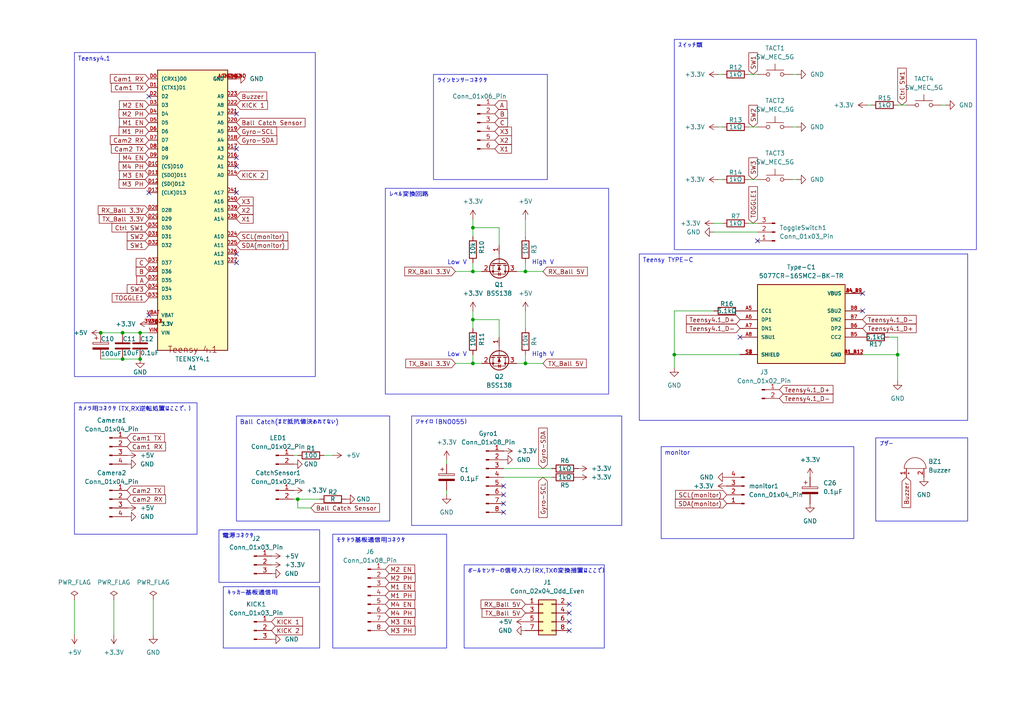
<source format=kicad_sch>
(kicad_sch (version 20250114) (generator "eeschema") (generator_version "9.0")
  (paper "A4")
  (text "Low V" (at 132.588 76.2 0) (effects (font (size 1.27 1.27))))
  (text "High V" (at 157.48 76.2 0) (effects (font (size 1.27 1.27))))
  (text "Low V" (at 132.588 102.87 0) (effects (font (size 1.27 1.27))))
  (text "High V" (at 157.48 102.87 0) (effects (font (size 1.27 1.27))))
  (text_box "ボールセンサーの信号入力（RX,TXの変換措置はここで）" (at 134.62 163.83 0) (size 40.64 24.13) (margins 0.9525 0.9525 0.9525 0.9525) (effects (font (size 1.27 1.27)) (justify left top)))
  (text_box "スイッチ類" (at 195.58 11.43 0) (size 87.63 60.96) (margins 0.9525 0.9525 0.9525 0.9525) (effects (font (size 1.27 1.27)) (justify left top)))
  (text_box "カメラ用コネクタ（TX,RX逆転処置はここで、）" (at 21.59 116.84 0) (size 35.56 38.1) (margins 0.9525 0.9525 0.9525 0.9525) (effects (font (size 1.27 1.27)) (justify left top)))
  (text_box "monitor" (at 191.77 129.54 0) (size 55.88 26.67) (margins 0.9525 0.9525 0.9525 0.9525) (effects (font (size 1.27 1.27)) (justify left top)))
  (text_box "ラインセンサーコネクタ" (at 125.73 21.59 0) (size 33.02 30.48) (margins 0.9525 0.9525 0.9525 0.9525) (effects (font (size 1.27 1.27)) (justify left top)))
  (text_box "Ball Catch(まだ抵抗値決めれてない)" (at 68.58 120.65 0) (size 44.45 30.48) (margins 0.9525 0.9525 0.9525 0.9525) (effects (font (size 1.27 1.27)) (justify left top)))
  (text_box "Teensy4.1" (at 21.59 15.24 0) (size 69.85 93.98) (margins 0.9525 0.9525 0.9525 0.9525) (effects (font (size 1.27 1.27)) (justify left top)))
  (text_box "レベル変換回路" (at 111.76 54.61 0) (size 64.77 59.69) (margins 0.9525 0.9525 0.9525 0.9525) (effects (font (size 1.27 1.27)) (justify left top)))
  (text_box "ジャイロ（BNO055）" (at 119.38 120.65 0) (size 60.96 31.75) (margins 0.9525 0.9525 0.9525 0.9525) (effects (font (size 1.27 1.27)) (justify left top)))
  (text_box "キッカー基板通信用" (at 64.77 170.18 0) (size 27.94 17.78) (margins 0.9525 0.9525 0.9525 0.9525) (effects (font (size 1.27 1.27)) (justify left top)))
  (text_box "電源コネクタ" (at 63.5 153.67 0) (size 29.21 15.24) (margins 0.9525 0.9525 0.9525 0.9525) (effects (font (size 1.27 1.27)) (justify left top)))
  (text_box "Teensy TYPE-C" (at 185.42 73.66 0) (size 95.25 48.26) (margins 0.9525 0.9525 0.9525 0.9525) (effects (font (size 1.27 1.27)) (justify left top)))
  (text_box "ブザー" (at 254 127 0) (size 26.67 24.13) (margins 0.9525 0.9525 0.9525 0.9525) (effects (font (size 1.27 1.27)) (justify left top)))
  (text_box "モタドラ基板通信用コネクタ" (at 96.52 154.94 0) (size 33.02 33.02) (margins 0.9525 0.9525 0.9525 0.9525) (effects (font (size 1.27 1.27)) (justify left top)))
  (junction (at 137.16 78.74))
  (junction (at 152.4 105.41))
  (junction (at 40.64 104.14))
  (junction (at 86.36 144.78))
  (junction (at 40.64 96.52))
  (junction (at 137.16 92.71))
  (junction (at 137.16 105.41))
  (junction (at 195.58 102.87))
  (junction (at 35.56 104.14))
  (junction (at 260.35 102.87))
  (junction (at 152.4 78.74))
  (junction (at 29.21 96.52))
  (junction (at 35.56 96.52))
  (junction (at 137.16 66.04))
  (no_connect (at 43.18 91.44))
  (no_connect (at 43.18 27.94))
  (no_connect (at 68.58 55.88))
  (no_connect (at 250.19 85.09))
  (no_connect (at 165.1 177.8))
  (no_connect (at 219.71 69.85))
  (no_connect (at 68.58 76.2))
  (no_connect (at 214.63 97.79))
  (no_connect (at 68.58 48.26))
  (no_connect (at 146.05 148.59))
  (no_connect (at 68.58 45.72))
  (no_connect (at 146.05 143.51))
  (no_connect (at 68.58 43.18))
  (no_connect (at 68.58 33.02))
  (no_connect (at 165.1 175.26))
  (no_connect (at 250.19 90.17))
  (no_connect (at 68.58 73.66))
  (no_connect (at 146.05 140.97))
  (no_connect (at 43.18 55.88))
  (no_connect (at 146.05 146.05))
  (no_connect (at 165.1 180.34))
  (no_connect (at 165.1 182.88))
  (wire (pts (xy 152.4 105.41) (xy 157.48 105.41)))
  (wire (pts (xy 260.35 30.48) (xy 262.89 30.48)))
  (wire (pts (xy 21.59 173.99) (xy 21.59 184.15)))
  (wire (pts (xy 149.86 105.41) (xy 152.4 105.41)))
  (wire (pts (xy 146.05 138.43) (xy 160.02 138.43)))
  (wire (pts (xy 137.16 63.5) (xy 137.16 66.04)))
  (wire (pts (xy 44.45 173.99) (xy 44.45 184.15)))
  (wire (pts (xy 132.08 105.41) (xy 137.16 105.41)))
  (wire (pts (xy 260.35 102.87) (xy 260.35 110.49)))
  (wire (pts (xy 146.05 135.89) (xy 160.02 135.89)))
  (wire (pts (xy 137.16 66.04) (xy 144.78 66.04)))
  (wire (pts (xy 207.01 64.77) (xy 209.55 64.77)))
  (wire (pts (xy 149.86 78.74) (xy 152.4 78.74)))
  (wire (pts (xy 273.05 30.48) (xy 274.32 30.48)))
  (wire (pts (xy 195.58 90.17) (xy 195.58 102.87)))
  (wire (pts (xy 208.28 36.83) (xy 209.55 36.83)))
  (wire (pts (xy 217.17 64.77) (xy 219.71 64.77)))
  (wire (pts (xy 152.4 90.17) (xy 152.4 95.25)))
  (wire (pts (xy 229.87 21.59) (xy 231.14 21.59)))
  (wire (pts (xy 29.21 104.14) (xy 35.56 104.14)))
  (wire (pts (xy 207.01 67.31) (xy 219.71 67.31)))
  (wire (pts (xy 85.09 144.78) (xy 86.36 144.78)))
  (wire (pts (xy 137.16 92.71) (xy 144.78 92.71)))
  (wire (pts (xy 217.17 52.07) (xy 219.71 52.07)))
  (wire (pts (xy 144.78 71.12) (xy 144.78 66.04)))
  (wire (pts (xy 137.16 76.2) (xy 137.16 78.74)))
  (wire (pts (xy 129.54 142.24) (xy 129.54 143.51)))
  (wire (pts (xy 132.08 78.74) (xy 137.16 78.74)))
  (wire (pts (xy 137.16 90.17) (xy 137.16 92.71)))
  (wire (pts (xy 29.21 96.52) (xy 35.56 96.52)))
  (wire (pts (xy 152.4 102.87) (xy 152.4 105.41)))
  (wire (pts (xy 144.78 97.79) (xy 144.78 92.71)))
  (wire (pts (xy 86.36 144.78) (xy 86.36 147.32)))
  (wire (pts (xy 33.02 173.99) (xy 33.02 184.15)))
  (wire (pts (xy 35.56 96.52) (xy 40.64 96.52)))
  (wire (pts (xy 152.4 76.2) (xy 152.4 78.74)))
  (wire (pts (xy 139.7 105.41) (xy 137.16 105.41)))
  (wire (pts (xy 217.17 21.59) (xy 219.71 21.59)))
  (wire (pts (xy 208.28 21.59) (xy 209.55 21.59)))
  (wire (pts (xy 86.36 147.32) (xy 90.17 147.32)))
  (wire (pts (xy 207.01 90.17) (xy 195.58 90.17)))
  (wire (pts (xy 195.58 102.87) (xy 214.63 102.87)))
  (wire (pts (xy 250.19 102.87) (xy 260.35 102.87)))
  (wire (pts (xy 229.87 52.07) (xy 231.14 52.07)))
  (wire (pts (xy 208.28 52.07) (xy 209.55 52.07)))
  (wire (pts (xy 85.09 132.08) (xy 86.36 132.08)))
  (wire (pts (xy 137.16 92.71) (xy 137.16 95.25)))
  (wire (pts (xy 217.17 36.83) (xy 219.71 36.83)))
  (wire (pts (xy 229.87 36.83) (xy 231.14 36.83)))
  (wire (pts (xy 137.16 66.04) (xy 137.16 68.58)))
  (wire (pts (xy 86.36 144.78) (xy 92.71 144.78)))
  (wire (pts (xy 139.7 78.74) (xy 137.16 78.74)))
  (wire (pts (xy 137.16 102.87) (xy 137.16 105.41)))
  (wire (pts (xy 257.81 97.79) (xy 260.35 97.79)))
  (wire (pts (xy 35.56 104.14) (xy 40.64 104.14)))
  (wire (pts (xy 129.54 133.35) (xy 129.54 134.62)))
  (wire (pts (xy 195.58 102.87) (xy 195.58 106.68)))
  (wire (pts (xy 152.4 78.74) (xy 157.48 78.74)))
  (wire (pts (xy 260.35 97.79) (xy 260.35 102.87)))
  (wire (pts (xy 40.64 96.52) (xy 43.18 96.52)))
  (wire (pts (xy 93.98 132.08) (xy 96.52 132.08)))
  (wire (pts (xy 251.46 30.48) (xy 252.73 30.48)))
  (wire (pts (xy 152.4 63.5) (xy 152.4 68.58)))
  (global_label "M4 EN" (shape input) (at 43.18 45.72 180) (property "Intersheetrefs" "${INTERSHEET_REFS}" (effects (hide yes))))
  (global_label "Gyro-SDA" (shape input) (at 157.48 135.89 90) (property "Intersheetrefs" "${INTERSHEET_REFS}" (effects (hide yes))))
  (global_label "RX_Ball 5V" (shape input) (at 152.4 175.26 180) (property "Intersheetrefs" "${INTERSHEET_REFS}" (effects (hide yes))))
  (global_label "SW3" (shape input) (at 218.44 52.07 90) (property "Intersheetrefs" "${INTERSHEET_REFS}" (effects (hide yes))))
  (global_label "Cam2 TX" (shape input) (at 36.83 142.24 0) (property "Intersheetrefs" "${INTERSHEET_REFS}" (effects (hide yes))))
  (global_label "X1" (shape input) (at 143.51 43.18 0) (property "Intersheetrefs" "${INTERSHEET_REFS}" (effects (hide yes))))
  (global_label "M2 EN" (shape input) (at 43.18 30.48 180) (property "Intersheetrefs" "${INTERSHEET_REFS}" (effects (hide yes))))
  (global_label "RX_Ball 5V" (shape input) (at 157.48 78.74 0) (property "Intersheetrefs" "${INTERSHEET_REFS}" (effects (hide yes))))
  (global_label "KICK 1" (shape input) (at 68.58 30.48 0) (property "Intersheetrefs" "${INTERSHEET_REFS}" (effects (hide yes))))
  (global_label "M2 PH" (shape input) (at 43.18 33.02 180) (property "Intersheetrefs" "${INTERSHEET_REFS}" (effects (hide yes))))
  (global_label "M3 EN" (shape input) (at 111.76 180.34 0) (property "Intersheetrefs" "${INTERSHEET_REFS}" (effects (hide yes))))
  (global_label "SW2" (shape input) (at 43.18 68.58 180) (property "Intersheetrefs" "${INTERSHEET_REFS}" (effects (hide yes))))
  (global_label "TX_Ball 5V" (shape input) (at 152.4 177.8 180) (property "Intersheetrefs" "${INTERSHEET_REFS}" (effects (hide yes))))
  (global_label "KICK 2" (shape input) (at 78.74 182.88 0) (property "Intersheetrefs" "${INTERSHEET_REFS}" (effects (hide yes))))
  (global_label "TOGGLE1" (shape input) (at 43.18 86.36 180) (property "Intersheetrefs" "${INTERSHEET_REFS}" (effects (hide yes))))
  (global_label "M4 PH" (shape input) (at 111.76 177.8 0) (property "Intersheetrefs" "${INTERSHEET_REFS}" (effects (hide yes))))
  (global_label "M2 EN" (shape input) (at 111.76 165.1 0) (property "Intersheetrefs" "${INTERSHEET_REFS}" (effects (hide yes))))
  (global_label "Cam2 RX" (shape input) (at 43.18 40.64 180) (property "Intersheetrefs" "${INTERSHEET_REFS}" (effects (hide yes))))
  (global_label "RX_Ball 3.3V" (shape input) (at 43.18 60.96 180) (property "Intersheetrefs" "${INTERSHEET_REFS}" (effects (hide yes))))
  (global_label "X2" (shape input) (at 143.51 40.64 0) (property "Intersheetrefs" "${INTERSHEET_REFS}" (effects (hide yes))))
  (global_label "Gyro-SCL" (shape input) (at 157.48 138.43 270) (property "Intersheetrefs" "${INTERSHEET_REFS}" (effects (hide yes))))
  (global_label "A" (shape input) (at 143.51 30.48 0) (property "Intersheetrefs" "${INTERSHEET_REFS}" (effects (hide yes))))
  (global_label "SW2" (shape input) (at 218.44 36.83 90) (property "Intersheetrefs" "${INTERSHEET_REFS}" (effects (hide yes))))
  (global_label "Cam1 RX" (shape input) (at 36.83 129.54 0) (property "Intersheetrefs" "${INTERSHEET_REFS}" (effects (hide yes))))
  (global_label "M1 EN" (shape input) (at 43.18 35.56 180) (property "Intersheetrefs" "${INTERSHEET_REFS}" (effects (hide yes))))
  (global_label "Ball Catch Sensor" (shape input) (at 68.58 35.56 0) (property "Intersheetrefs" "${INTERSHEET_REFS}" (effects (hide yes))))
  (global_label "Cam1 TX" (shape input) (at 36.83 127 0) (property "Intersheetrefs" "${INTERSHEET_REFS}" (effects (hide yes))))
  (global_label "B" (shape input) (at 43.18 78.74 180) (property "Intersheetrefs" "${INTERSHEET_REFS}" (effects (hide yes))))
  (global_label "Gyro-SDA" (shape input) (at 68.58 40.64 0) (property "Intersheetrefs" "${INTERSHEET_REFS}" (effects (hide yes))))
  (global_label "Ctrl SW1" (shape input) (at 261.62 30.48 90) (property "Intersheetrefs" "${INTERSHEET_REFS}" (effects (hide yes))))
  (global_label "Cam2 TX" (shape input) (at 43.18 43.18 180) (property "Intersheetrefs" "${INTERSHEET_REFS}" (effects (hide yes))))
  (global_label "TX_Ball 5V" (shape input) (at 157.48 105.41 0) (property "Intersheetrefs" "${INTERSHEET_REFS}" (effects (hide yes))))
  (global_label "SW1" (shape input) (at 43.18 71.12 180) (property "Intersheetrefs" "${INTERSHEET_REFS}" (effects (hide yes))))
  (global_label "M3 PH" (shape input) (at 111.76 182.88 0) (property "Intersheetrefs" "${INTERSHEET_REFS}" (effects (hide yes))))
  (global_label "KICK 1" (shape input) (at 78.74 180.34 0) (property "Intersheetrefs" "${INTERSHEET_REFS}" (effects (hide yes))))
  (global_label "M3 EN" (shape input) (at 43.18 50.8 180) (property "Intersheetrefs" "${INTERSHEET_REFS}" (effects (hide yes))))
  (global_label "Teensy4.1_D-" (shape input) (at 226.06 115.57 0) (property "Intersheetrefs" "${INTERSHEET_REFS}" (effects (hide yes))))
  (global_label "TOGGLE1" (shape input) (at 218.44 64.77 90) (property "Intersheetrefs" "${INTERSHEET_REFS}" (effects (hide yes))))
  (global_label "Buzzer" (shape input) (at 68.58 27.94 0) (property "Intersheetrefs" "${INTERSHEET_REFS}" (effects (hide yes))))
  (global_label "X3" (shape input) (at 143.51 38.1 0) (property "Intersheetrefs" "${INTERSHEET_REFS}" (effects (hide yes))))
  (global_label "M1 PH" (shape input) (at 111.76 172.72 0) (property "Intersheetrefs" "${INTERSHEET_REFS}" (effects (hide yes))))
  (global_label "SDA(monitor)" (shape input) (at 68.58 71.12 0) (property "Intersheetrefs" "${INTERSHEET_REFS}" (effects (hide yes))))
  (global_label "Teensy4.1_D+" (shape input) (at 226.06 113.03 0) (property "Intersheetrefs" "${INTERSHEET_REFS}" (effects (hide yes))))
  (global_label "Gyro-SCL" (shape input) (at 68.58 38.1 0) (property "Intersheetrefs" "${INTERSHEET_REFS}" (effects (hide yes))))
  (global_label "M3 PH" (shape input) (at 43.18 53.34 180) (property "Intersheetrefs" "${INTERSHEET_REFS}" (effects (hide yes))))
  (global_label "KICK 2" (shape input) (at 68.58 50.8 0) (property "Intersheetrefs" "${INTERSHEET_REFS}" (effects (hide yes))))
  (global_label "Ctrl SW1" (shape input) (at 43.18 66.04 180) (property "Intersheetrefs" "${INTERSHEET_REFS}" (effects (hide yes))))
  (global_label "SW1" (shape input) (at 218.44 21.59 90) (property "Intersheetrefs" "${INTERSHEET_REFS}" (effects (hide yes))))
  (global_label "Cam1 RX" (shape input) (at 43.18 22.86 180) (property "Intersheetrefs" "${INTERSHEET_REFS}" (effects (hide yes))))
  (global_label "C" (shape input) (at 143.51 35.56 0) (property "Intersheetrefs" "${INTERSHEET_REFS}" (effects (hide yes))))
  (global_label "TX_Ball 3.3V" (shape input) (at 132.08 105.41 180) (property "Intersheetrefs" "${INTERSHEET_REFS}" (effects (hide yes))))
  (global_label "SCL(monitor)" (shape input) (at 68.58 68.58 0) (property "Intersheetrefs" "${INTERSHEET_REFS}" (effects (hide yes))))
  (global_label "TX_Ball 3.3V" (shape input) (at 43.18 63.5 180) (property "Intersheetrefs" "${INTERSHEET_REFS}" (effects (hide yes))))
  (global_label "Cam1 TX" (shape input) (at 43.18 25.4 180) (property "Intersheetrefs" "${INTERSHEET_REFS}" (effects (hide yes))))
  (global_label "X1" (shape input) (at 68.58 63.5 0) (property "Intersheetrefs" "${INTERSHEET_REFS}" (effects (hide yes))))
  (global_label "M4 EN" (shape input) (at 111.76 175.26 0) (property "Intersheetrefs" "${INTERSHEET_REFS}" (effects (hide yes))))
  (global_label "M4 PH" (shape input) (at 43.18 48.26 180) (property "Intersheetrefs" "${INTERSHEET_REFS}" (effects (hide yes))))
  (global_label "SCL(monitor)" (shape input) (at 210.82 143.51 180) (property "Intersheetrefs" "${INTERSHEET_REFS}" (effects (hide yes))))
  (global_label "C" (shape input) (at 43.18 76.2 180) (property "Intersheetrefs" "${INTERSHEET_REFS}" (effects (hide yes))))
  (global_label "M2 PH" (shape input) (at 111.76 167.64 0) (property "Intersheetrefs" "${INTERSHEET_REFS}" (effects (hide yes))))
  (global_label "X2" (shape input) (at 68.58 60.96 0) (property "Intersheetrefs" "${INTERSHEET_REFS}" (effects (hide yes))))
  (global_label "B" (shape input) (at 143.51 33.02 0) (property "Intersheetrefs" "${INTERSHEET_REFS}" (effects (hide yes))))
  (global_label "Ball Catch Sensor" (shape input) (at 90.17 147.32 0) (property "Intersheetrefs" "${INTERSHEET_REFS}" (effects (hide yes))))
  (global_label "A" (shape input) (at 43.18 81.28 180) (property "Intersheetrefs" "${INTERSHEET_REFS}" (effects (hide yes))))
  (global_label "Teensy4.1_D-" (shape input) (at 214.63 95.25 180) (property "Intersheetrefs" "${INTERSHEET_REFS}" (effects (hide yes))))
  (global_label "RX_Ball 3.3V" (shape input) (at 132.08 78.74 180) (property "Intersheetrefs" "${INTERSHEET_REFS}" (effects (hide yes))))
  (global_label "X3" (shape input) (at 68.58 58.42 0) (property "Intersheetrefs" "${INTERSHEET_REFS}" (effects (hide yes))))
  (global_label "SDA(monitor)" (shape input) (at 210.82 146.05 180) (property "Intersheetrefs" "${INTERSHEET_REFS}" (effects (hide yes))))
  (global_label "Teensy4.1_D+" (shape input) (at 214.63 92.71 180) (property "Intersheetrefs" "${INTERSHEET_REFS}" (effects (hide yes))))
  (global_label "Teensy4.1_D-" (shape input) (at 250.19 92.71 0) (property "Intersheetrefs" "${INTERSHEET_REFS}" (effects (hide yes))))
  (global_label "SW3" (shape input) (at 43.18 83.82 180) (property "Intersheetrefs" "${INTERSHEET_REFS}" (effects (hide yes))))
  (global_label "Buzzer" (shape input) (at 262.89 138.43 270) (property "Intersheetrefs" "${INTERSHEET_REFS}" (effects (hide yes))))
  (global_label "Cam2 RX" (shape input) (at 36.83 144.78 0) (property "Intersheetrefs" "${INTERSHEET_REFS}" (effects (hide yes))))
  (global_label "M1 EN" (shape input) (at 111.76 170.18 0) (property "Intersheetrefs" "${INTERSHEET_REFS}" (effects (hide yes))))
  (global_label "Teensy4.1_D+" (shape input) (at 250.19 95.25 0) (property "Intersheetrefs" "${INTERSHEET_REFS}" (effects (hide yes))))
  (global_label "M1 PH" (shape input) (at 43.18 38.1 180) (property "Intersheetrefs" "${INTERSHEET_REFS}" (effects (hide yes))))
  (symbol (lib_id "power:GND") (at 36.83 149.86 90) (unit 1)
    (property "Reference" "#PWR020" (effects (hide yes)))
    (property "Value" "GND" (at 40.64 149.8599 90) (effects (justify right)))
    (property "Description" "Power symbol creates a global label with name \"GND\" , ground" (effects (hide yes)))
  )
  (symbol (lib_id "Connector:Conn_01x02_Pin") (at 80.01 142.24 0) (unit 1)
    (property "Reference" "CatchSensor1" (at 80.645 137.16 0))
    (property "Value" "Conn_01x02_Pin" (at 80.645 139.7 0))
    (property "Footprint" "Connector_JST:JST_XH_B2B-XH-A_1x02_P2.50mm_Vertical" (effects (hide yes)))
    (property "Description" "Generic connector, single row, 01x02, script generated" (effects (hide yes)))
  )
  (symbol (lib_id "Device:R") (at 213.36 21.59 90) (unit 1)
    (property "Reference" "R12" (at 213.36 19.558 90))
    (property "Value" "1kΩ" (at 213.36 21.59 90))
    (property "Footprint" "Resistor_SMD:R_0603_1608Metric" (effects (hide yes)))
    (property "Description" "Resistor" (effects (hide yes)))
  )
  (symbol (lib_id "Device:R") (at 163.83 135.89 90) (unit 1)
    (property "Reference" "R6" (at 163.83 133.604 90))
    (property "Value" "1kΩ" (at 163.83 135.89 90))
    (property "Footprint" "Resistor_SMD:R_0603_1608Metric" (effects (hide yes)))
    (property "Description" "Resistor" (effects (hide yes)))
  )
  (symbol (lib_id "power:+5V") (at 78.74 161.29 270) (unit 1)
    (property "Reference" "#PWR01" (effects (hide yes)))
    (property "Value" "+5V" (at 82.55 161.2899 90) (effects (justify left)))
    (property "Description" "Power symbol creates a global label with name \"+5V\"" (effects (hide yes)))
  )
  (symbol (lib_id "Device:R") (at 213.36 64.77 90) (unit 1)
    (property "Reference" "R7" (at 213.36 62.738 90))
    (property "Value" "1kΩ" (at 213.36 64.77 90))
    (property "Footprint" "Resistor_SMD:R_0603_1608Metric" (effects (hide yes)))
    (property "Description" "Resistor" (effects (hide yes)))
  )
  (symbol (lib_id "power:GND") (at 68.58 22.86 90) (unit 1)
    (property "Reference" "#PWR042" (effects (hide yes)))
    (property "Value" "GND" (at 72.39 22.8601 90) (effects (justify right)))
    (property "Description" "Power symbol creates a global label with name \"GND\" , ground" (effects (hide yes)))
  )
  (symbol (lib_id "Device:R") (at 163.83 138.43 90) (unit 1)
    (property "Reference" "R5" (at 163.83 140.716 90))
    (property "Value" "1kΩ" (at 163.83 138.43 90))
    (property "Footprint" "Resistor_SMD:R_0603_1608Metric" (effects (hide yes)))
    (property "Description" "Resistor" (effects (hide yes)))
  )
  (symbol (lib_id "power:+3.3V") (at 78.74 163.83 270) (unit 1)
    (property "Reference" "#PWR02" (effects (hide yes)))
    (property "Value" "+3.3V" (at 82.55 163.8299 90) (effects (justify left)))
    (property "Description" "Power symbol creates a global label with name \"+3.3V\"" (effects (hide yes)))
  )
  (symbol (lib_id "power:GND") (at 231.14 52.07 90) (unit 1)
    (property "Reference" "#PWR099" (effects (hide yes)))
    (property "Value" "GND" (at 234.95 52.0699 90) (effects (justify right)))
    (property "Description" "Power symbol creates a global label with name \"GND\" , ground" (effects (hide yes)))
  )
  (symbol (lib_id "power:+5V") (at 21.59 184.15 180) (unit 1)
    (property "Reference" "#PWR010" (effects (hide yes)))
    (property "Value" "+5V" (at 21.59 189.23 0))
    (property "Description" "Power symbol creates a global label with name \"+5V\"" (effects (hide yes)))
  )
  (symbol (lib_id "Device:R") (at 213.36 36.83 90) (unit 1)
    (property "Reference" "R13" (at 213.36 34.798 90))
    (property "Value" "1kΩ" (at 213.36 36.83 90))
    (property "Footprint" "Resistor_SMD:R_0603_1608Metric" (effects (hide yes)))
    (property "Description" "Resistor" (effects (hide yes)))
  )
  (symbol (lib_id "power:+3.3V") (at 251.46 30.48 90) (unit 1)
    (property "Reference" "#PWR057" (effects (hide yes)))
    (property "Value" "+3.3V" (at 247.65 30.4799 90) (effects (justify left)))
    (property "Description" "Power symbol creates a global label with name \"+3.3V\"" (effects (hide yes)))
  )
  (symbol (lib_id "power:+3.3V") (at 208.28 21.59 90) (unit 1)
    (property "Reference" "#PWR055" (effects (hide yes)))
    (property "Value" "+3.3V" (at 204.47 21.5899 90) (effects (justify left)))
    (property "Description" "Power symbol creates a global label with name \"+3.3V\"" (effects (hide yes)))
  )
  (symbol (lib_id "power:GND") (at 260.35 110.49 0) (unit 1)
    (property "Reference" "#PWR0136" (effects (hide yes)))
    (property "Value" "GND" (at 260.35 115.57 0))
    (property "Description" "Power symbol creates a global label with name \"GND\" , ground" (effects (hide yes)))
  )
  (symbol (lib_id "power:+3.3V") (at 208.28 36.83 90) (unit 1)
    (property "Reference" "#PWR056" (effects (hide yes)))
    (property "Value" "+3.3V" (at 204.47 36.8299 90) (effects (justify left)))
    (property "Description" "Power symbol creates a global label with name \"+3.3V\"" (effects (hide yes)))
  )
  (symbol (lib_id "Connector_Generic:Conn_02x04_Odd_Even") (at 157.48 177.8 0) (unit 1)
    (property "Reference" "J1" (at 158.75 168.91 0))
    (property "Value" "Conn_02x04_Odd_Even" (at 158.75 171.45 0))
    (property "Footprint" "Connector_PinSocket_2.54mm:PinSocket_2x04_P2.54mm_Vertical" (effects (hide yes)))
    (property "Description" "Generic connector, double row, 02x04, odd/even pin numbering scheme (row 1 odd numbers, row 2 even numbers), script generated (kicad-library-utils/schlib/autogen/connector/)" (effects (hide yes)))
  )
  (symbol (lib_id "Connector:Conn_01x08_Pin") (at 106.68 172.72 0) (unit 1)
    (property "Reference" "J6" (at 107.315 160.02 0))
    (property "Value" "Conn_01x08_Pin" (at 107.315 162.56 0))
    (property "Footprint" "FFC conector:FFC conector 0.5mm Pich" (effects (hide yes)))
    (property "Description" "Generic connector, single row, 01x08, script generated" (effects (hide yes)))
  )
  (symbol (lib_id "power:GND") (at 146.05 133.35 90) (unit 1)
    (property "Reference" "#PWR08" (effects (hide yes)))
    (property "Value" "GND" (at 149.86 133.3499 90) (effects (justify right)))
    (property "Description" "Power symbol creates a global label with name \"GND\" , ground" (effects (hide yes)))
  )
  (symbol (lib_id "Connector:Conn_01x04_Pin") (at 31.75 144.78 0) (unit 1)
    (property "Reference" "Camera2" (at 32.385 137.16 0))
    (property "Value" "Conn_01x04_Pin" (at 32.385 139.7 0))
    (property "Footprint" "GROVE:GROVE-HW4-2.0" (effects (hide yes)))
    (property "Description" "Generic connector, single row, 01x04, script generated" (effects (hide yes)))
  )
  (symbol (lib_id "power:+5V") (at 152.4 180.34 90) (unit 1)
    (property "Reference" "#PWR035" (effects (hide yes)))
    (property "Value" "+5V" (at 148.59 180.3399 90) (effects (justify left)))
    (property "Description" "Power symbol creates a global label with name \"+5V\"" (effects (hide yes)))
  )
  (symbol (lib_id "power:GND") (at 152.4 182.88 270) (unit 1)
    (property "Reference" "#PWR036" (effects (hide yes)))
    (property "Value" "GND" (at 148.59 182.8799 90) (effects (justify right)))
    (property "Description" "Power symbol creates a global label with name \"GND\" , ground" (effects (hide yes)))
  )
  (symbol (lib_id "Teensy4.1:TEENSY4.1") (at 66.04 101.6 180) (unit 1)
    (property "Reference" "A1" (at 55.88 106.68 0))
    (property "Value" "TEENSY4.1" (at 55.88 104.14 0))
    (property "Footprint" "Teensy4.1:TEENSY4.1" (effects (hide yes)))
    (property "TEENSY" "4.1" (effects (hide yes)))
    (property "MF" "PJRC" (effects (hide yes)))
    (property "Package" "None" (effects (hide yes)))
    (property "Price" "None" (effects (hide yes)))
    (property "SnapEDA_Link" "https://www.snapeda.com/parts/Teensy%204.1/PJRC/view-part/?ref=snap" (effects (hide yes)))
    (property "MP" "Teensy 4.1" (effects (hide yes)))
    (property "Availability" "Not in stock" (effects (hide yes)))
    (property "Check_prices" "https://www.snapeda.com/parts/Teensy%204.1/PJRC/view-part/?ref=eda" (effects (hide yes)))
  )
  (symbol (lib_id "Device:R") (at 152.4 99.06 0) (unit 1)
    (property "Reference" "R4" (at 154.94 100.33 90) (effects (justify left)))
    (property "Value" "10k" (at 152.4 100.584 90) (effects (justify left)))
    (property "Footprint" "Resistor_SMD:R_0603_1608Metric" (effects (hide yes)))
    (property "Description" "Resistor" (effects (hide yes)))
  )
  (symbol (lib_id "power:+5V") (at 29.21 96.52 90) (unit 1)
    (property "Reference" "#PWR016" (effects (hide yes)))
    (property "Value" "+5V" (at 25.4 96.5201 90) (effects (justify left)))
    (property "Description" "Power symbol creates a global label with name \"+5V\"" (effects (hide yes)))
  )
  (symbol (lib_id "Switch:SW_MEC_5G") (at 224.79 52.07 0) (unit 1)
    (property "Reference" "TACT3" (at 224.79 44.45 0))
    (property "Value" "SW_MEC_5G" (at 224.79 46.99 0))
    (property "Footprint" "MAIN:Big tact switch MAIN" (effects (hide yes)))
    (property "Datasheet" "http://www.apem.com/int/index.php?controller=attachment&id_attachment=488" (effects (hide yes)))
    (property "Description" "MEC 5G single pole normally-open tactile switch" (effects (hide yes)))
  )
  (symbol (lib_id "power:GND") (at 78.74 185.42 90) (unit 1)
    (property "Reference" "#PWR024" (effects (hide yes)))
    (property "Value" "GND" (at 82.55 185.4199 90) (effects (justify right)))
    (property "Description" "Power symbol creates a global label with name \"GND\" , ground" (effects (hide yes)))
  )
  (symbol (lib_id "power:+3.3V") (at 146.05 130.81 270) (unit 1)
    (property "Reference" "#PWR09" (effects (hide yes)))
    (property "Value" "+3.3V" (at 149.86 130.8099 90) (effects (justify left)))
    (property "Description" "Power symbol creates a global label with name \"+3.3V\"" (effects (hide yes)))
  )
  (symbol (lib_id "power:GND") (at 129.54 143.51 0) (unit 1)
    (property "Reference" "#PWR06" (effects (hide yes)))
    (property "Value" "GND" (at 129.54 148.59 0))
    (property "Description" "Power symbol creates a global label with name \"GND\" , ground" (effects (hide yes)))
  )
  (symbol (lib_id "Connector:Conn_01x08_Pin") (at 140.97 138.43 0) (unit 1)
    (property "Reference" "Gyro1" (at 141.605 125.73 0))
    (property "Value" "Conn_01x08_Pin" (at 141.605 128.27 0))
    (property "Footprint" "BNO055:BNO055" (effects (hide yes)))
    (property "Description" "Generic connector, single row, 01x08, script generated" (effects (hide yes)))
  )
  (symbol (lib_id "Device:R") (at 96.52 144.78 90) (unit 1)
    (property "Reference" "R2" (at 96.52 142.748 90))
    (property "Value" "R" (at 96.52 144.78 90))
    (property "Footprint" "Resistor_THT:R_Axial_DIN0207_L6.3mm_D2.5mm_P10.16mm_Horizontal" (effects (hide yes)))
    (property "Description" "Resistor" (effects (hide yes)))
  )
  (symbol (lib_id "Device:R") (at 256.54 30.48 90) (unit 1)
    (property "Reference" "R15" (at 256.54 28.448 90))
    (property "Value" "1kΩ" (at 256.54 30.48 90))
    (property "Footprint" "Resistor_SMD:R_0603_1608Metric" (effects (hide yes)))
    (property "Description" "Resistor" (effects (hide yes)))
  )
  (symbol (lib_id "power:GND") (at 267.97 138.43 0) (unit 1)
    (property "Reference" "#PWR051" (effects (hide yes)))
    (property "Value" "GND" (at 267.97 143.51 0))
    (property "Description" "Power symbol creates a global label with name \"GND\" , ground" (effects (hide yes)))
  )
  (symbol (lib_id "power:GND") (at 207.01 67.31 270) (unit 1)
    (property "Reference" "#PWR093" (effects (hide yes)))
    (property "Value" "GND" (at 203.2 67.3099 90) (effects (justify right)))
    (property "Description" "Power symbol creates a global label with name \"GND\" , ground" (effects (hide yes)))
  )
  (symbol (lib_id "power:+3.3V") (at 210.82 140.97 90) (unit 1)
    (property "Reference" "#PWR044" (effects (hide yes)))
    (property "Value" "+3.3V" (at 207.01 140.9699 90) (effects (justify left)))
    (property "Description" "Power symbol creates a global label with name \"+3.3V\"" (effects (hide yes)))
  )
  (symbol (lib_id "Device:C_Polarized") (at 29.21 100.33 0) (unit 1)
    (property "Reference" "C10" (at 29.21 98.298 0) (effects (justify left)))
    (property "Value" "100uF" (at 29.21 102.616 0) (effects (justify left)))
    (property "Footprint" "Capacitor_THT:CP_Radial_D6.3mm_P2.50mm" (effects (hide yes)))
    (property "Description" "Polarized capacitor" (effects (hide yes)))
  )
  (symbol (lib_id "Device:C") (at 35.56 100.33 0) (unit 1)
    (property "Reference" "C11" (at 35.56 98.298 0) (effects (justify left)))
    (property "Value" "10uF" (at 35.56 102.362 0) (effects (justify left)))
    (property "Footprint" "Capacitor_SMD:C_0603_1608Metric" (effects (hide yes)))
    (property "Description" "Unpolarized capacitor" (effects (hide yes)))
  )
  (symbol (lib_id "power:+3.3V") (at 137.16 90.17 0) (unit 1)
    (property "Reference" "#PWR054" (effects (hide yes)))
    (property "Value" "+3.3V" (at 137.16 85.09 0))
    (property "Description" "Power symbol creates a global label with name \"+3.3V\"" (effects (hide yes)))
  )
  (symbol (lib_id "Device:C_Polarized") (at 234.95 142.24 0) (unit 1)
    (property "Reference" "C26" (at 238.76 140.0809 0) (effects (justify left)))
    (property "Value" "0.1μF" (at 238.76 142.6209 0) (effects (justify left)))
    (property "Footprint" "Capacitor_SMD:C_0603_1608Metric_Pad1.08x0.95mm_HandSolder" (effects (hide yes)))
    (property "Description" "Polarized capacitor" (effects (hide yes)))
  )
  (symbol (lib_id "power:+3.3V") (at 43.18 93.98 90) (unit 1)
    (property "Reference" "#PWR017" (effects (hide yes)))
    (property "Value" "+3.3V" (at 39.37 93.9801 90) (effects (justify left)))
    (property "Description" "Power symbol creates a global label with name \"+3.3V\"" (effects (hide yes)))
  )
  (symbol (lib_id "power:+3.3V") (at 85.09 142.24 270) (unit 1)
    (property "Reference" "#PWR025" (effects (hide yes)))
    (property "Value" "+3.3V" (at 88.9 142.2399 90) (effects (justify left)))
    (property "Description" "Power symbol creates a global label with name \"+3.3V\"" (effects (hide yes)))
  )
  (symbol (lib_id "Device:R") (at 90.17 132.08 90) (unit 1)
    (property "Reference" "R1" (at 90.17 130.048 90))
    (property "Value" "100" (at 90.17 132.08 90))
    (property "Footprint" "Resistor_SMD:R_0603_1608Metric" (effects (hide yes)))
    (property "Description" "Resistor" (effects (hide yes)))
  )
  (symbol (lib_id "power:+3.3V") (at 167.64 138.43 270) (unit 1)
    (property "Reference" "#PWR012" (effects (hide yes)))
    (property "Value" "+3.3V" (at 171.45 138.4299 90) (effects (justify left)))
    (property "Description" "Power symbol creates a global label with name \"+3.3V\"" (effects (hide yes)))
  )
  (symbol (lib_id "power:GND") (at 274.32 30.48 90) (unit 1)
    (property "Reference" "#PWR0102" (effects (hide yes)))
    (property "Value" "GND" (at 278.13 30.4799 90) (effects (justify right)))
    (property "Description" "Power symbol creates a global label with name \"GND\" , ground" (effects (hide yes)))
  )
  (symbol (lib_id "power:+3.3V") (at 234.95 138.43 0) (unit 1)
    (property "Reference" "#PWR0148" (effects (hide yes)))
    (property "Value" "+3.3V" (at 234.95 133.35 0))
    (property "Description" "Power symbol creates a global label with name \"+3.3V\"" (effects (hide yes)))
  )
  (symbol (lib_id "power:GND") (at 195.58 106.68 0) (unit 1)
    (property "Reference" "#PWR0135" (effects (hide yes)))
    (property "Value" "GND" (at 195.58 111.76 0))
    (property "Description" "Power symbol creates a global label with name \"GND\" , ground" (effects (hide yes)))
  )
  (symbol (lib_id "power:+3.3V") (at 137.16 63.5 0) (unit 1)
    (property "Reference" "#PWR053" (effects (hide yes)))
    (property "Value" "+3.3V" (at 137.16 58.42 0))
    (property "Description" "Power symbol creates a global label with name \"+3.3V\"" (effects (hide yes)))
  )
  (symbol (lib_id "power:GND") (at 40.64 104.14 0) (unit 1)
    (property "Reference" "#PWR052" (effects (hide yes)))
    (property "Value" "GND" (at 40.64 107.95 0))
    (property "Description" "Power symbol creates a global label with name \"GND\" , ground" (effects (hide yes)))
  )
  (symbol (lib_id "power:+5V") (at 36.83 147.32 270) (unit 1)
    (property "Reference" "#PWR019" (effects (hide yes)))
    (property "Value" "+5V" (at 40.64 147.3199 90) (effects (justify left)))
    (property "Description" "Power symbol creates a global label with name \"+5V\"" (effects (hide yes)))
  )
  (symbol (lib_id "Connector:Conn_01x03_Pin") (at 73.66 163.83 0) (unit 1)
    (property "Reference" "J2" (at 74.295 156.21 0))
    (property "Value" "Conn_01x03_Pin" (at 74.295 158.75 0))
    (property "Footprint" "Connector_JST:JST_XH_B3B-XH-A_1x03_P2.50mm_Vertical" (effects (hide yes)))
    (property "Description" "Generic connector, single row, 01x03, script generated" (effects (hide yes)))
  )
  (symbol (lib_id "Transistor_FET:BSS138") (at 144.78 76.2 270) (unit 1)
    (property "Reference" "Q1" (at 144.78 82.55 90))
    (property "Value" "BSS138" (at 144.78 85.09 90))
    (property "Footprint" "Package_TO_SOT_SMD:SOT-23" (effects (hide yes)))
    (property "Datasheet" "https://www.onsemi.com/pub/Collateral/BSS138-D.PDF" (effects (hide yes)))
    (property "Description" "50V Vds, 0.22A Id, N-Channel MOSFET, SOT-23" (effects (hide yes)))
  )
  (symbol (lib_id "Device:Buzzer") (at 265.43 135.89 90) (unit 1)
    (property "Reference" "BZ1" (at 269.24 133.8648 90) (effects (justify right)))
    (property "Value" "Buzzer" (at 269.24 136.4048 90) (effects (justify right)))
    (property "Footprint" "MAIN:Buzzer UDX01CLFPH" (effects (hide yes)))
    (property "Description" "Buzzer, polarized" (effects (hide yes)))
  )
  (symbol (lib_id "Connector:Conn_01x02_Pin") (at 80.01 132.08 0) (unit 1)
    (property "Reference" "LED1" (at 80.645 127 0))
    (property "Value" "Conn_01x02_Pin" (at 80.645 129.54 0))
    (property "Footprint" "Connector_JST:JST_XH_B2B-XH-A_1x02_P2.50mm_Vertical" (effects (hide yes)))
    (property "Description" "Generic connector, single row, 01x02, script generated" (effects (hide yes)))
  )
  (symbol (lib_id "power:GND") (at 78.74 166.37 90) (unit 1)
    (property "Reference" "#PWR03" (effects (hide yes)))
    (property "Value" "GND" (at 82.55 166.3699 90) (effects (justify right)))
    (property "Description" "Power symbol creates a global label with name \"GND\" , ground" (effects (hide yes)))
  )
  (symbol (lib_id "power:GND") (at 85.09 134.62 90) (unit 1)
    (property "Reference" "#PWR029" (effects (hide yes)))
    (property "Value" "GND" (at 90.17 134.62 90))
    (property "Description" "Power symbol creates a global label with name \"GND\" , ground" (effects (hide yes)))
  )
  (symbol (lib_id "power:GND") (at 36.83 134.62 90) (unit 1)
    (property "Reference" "#PWR021" (effects (hide yes)))
    (property "Value" "GND" (at 40.64 134.6199 90) (effects (justify right)))
    (property "Description" "Power symbol creates a global label with name \"GND\" , ground" (effects (hide yes)))
  )
  (symbol (lib_id "Connector:Conn_01x03_Pin") (at 224.79 67.31 180) (unit 1)
    (property "Reference" "ToggleSwitch1" (at 226.06 66.0399 0) (effects (justify right)))
    (property "Value" "Conn_01x03_Pin" (at 226.06 68.5799 0) (effects (justify right)))
    (property "Footprint" "Connector_PinSocket_2.54mm:PinSocket_1x03_P2.54mm_Vertical" (effects (hide yes)))
    (property "Description" "Generic connector, single row, 01x03, script generated" (effects (hide yes)))
  )
  (symbol (lib_id "power:+5V") (at 96.52 132.08 270) (unit 1)
    (property "Reference" "#PWR028" (effects (hide yes)))
    (property "Value" "+5V" (at 100.33 132.0799 90) (effects (justify left)))
    (property "Description" "Power symbol creates a global label with name \"+5V\"" (effects (hide yes)))
  )
  (symbol (lib_id "Switch:SW_MEC_5G") (at 224.79 21.59 0) (unit 1)
    (property "Reference" "TACT1" (at 224.79 13.97 0))
    (property "Value" "SW_MEC_5G" (at 224.79 16.51 0))
    (property "Footprint" "MAIN:Big tact switch MAIN" (effects (hide yes)))
    (property "Datasheet" "http://www.apem.com/int/index.php?controller=attachment&id_attachment=488" (effects (hide yes)))
    (property "Description" "MEC 5G single pole normally-open tactile switch" (effects (hide yes)))
  )
  (symbol (lib_id "Device:R") (at 213.36 52.07 90) (unit 1)
    (property "Reference" "R14" (at 213.36 50.038 90))
    (property "Value" "1kΩ" (at 213.36 52.07 90))
    (property "Footprint" "Resistor_SMD:R_0603_1608Metric" (effects (hide yes)))
    (property "Description" "Resistor" (effects (hide yes)))
  )
  (symbol (lib_id "power:+3.3V") (at 207.01 64.77 90) (unit 1)
    (property "Reference" "#PWR046" (effects (hide yes)))
    (property "Value" "+3.3V" (at 203.2 64.7699 90) (effects (justify left)))
    (property "Description" "Power symbol creates a global label with name \"+3.3V\"" (effects (hide yes)))
  )
  (symbol (lib_id "Connector:Conn_01x04_Pin") (at 215.9 143.51 180) (unit 1)
    (property "Reference" "monitor1" (at 217.17 140.9699 0) (effects (justify right)))
    (property "Value" "Conn_01x04_Pin" (at 217.17 143.5099 0) (effects (justify right)))
    (property "Footprint" "SSD1306:SSD1306 (akizuki)" (effects (hide yes)))
    (property "Description" "Generic connector, single row, 01x04, script generated" (effects (hide yes)))
  )
  (symbol (lib_id "power:GND") (at 231.14 21.59 90) (unit 1)
    (property "Reference" "#PWR0101" (effects (hide yes)))
    (property "Value" "GND" (at 234.95 21.5899 90) (effects (justify right)))
    (property "Description" "Power symbol creates a global label with name \"GND\" , ground" (effects (hide yes)))
  )
  (symbol (lib_id "power:+3.3V") (at 208.28 52.07 90) (unit 1)
    (property "Reference" "#PWR047" (effects (hide yes)))
    (property "Value" "+3.3V" (at 204.47 52.0699 90) (effects (justify left)))
    (property "Description" "Power symbol creates a global label with name \"+3.3V\"" (effects (hide yes)))
  )
  (symbol (lib_id "Connector:Conn_01x06_Pin") (at 138.43 35.56 0) (unit 1)
    (property "Reference" "LINE1" (effects (hide yes)))
    (property "Value" "Conn_01x06_Pin" (at 139.065 27.94 0))
    (property "Footprint" "Connector_JST:JST_XH_B6B-XH-A_1x06_P2.50mm_Vertical" (effects (hide yes)))
    (property "Description" "Generic connector, single row, 01x06, script generated" (effects (hide yes)))
  )
  (symbol (lib_id "Device:R") (at 137.16 99.06 0) (unit 1)
    (property "Reference" "R11" (at 139.7 100.33 90) (effects (justify left)))
    (property "Value" "10k" (at 137.16 100.584 90) (effects (justify left)))
    (property "Footprint" "Resistor_SMD:R_0603_1608Metric" (effects (hide yes)))
    (property "Description" "Resistor" (effects (hide yes)))
  )
  (symbol (lib_id "power:GND") (at 231.14 36.83 90) (unit 1)
    (property "Reference" "#PWR0100" (effects (hide yes)))
    (property "Value" "GND" (at 234.95 36.8299 90) (effects (justify right)))
    (property "Description" "Power symbol creates a global label with name \"GND\" , ground" (effects (hide yes)))
  )
  (symbol (lib_id "power:GND") (at 210.82 138.43 270) (unit 1)
    (property "Reference" "#PWR0140" (effects (hide yes)))
    (property "Value" "GND" (at 207.01 138.4299 90) (effects (justify right)))
    (property "Description" "Power symbol creates a global label with name \"GND\" , ground" (effects (hide yes)))
  )
  (symbol (lib_id "Device:R") (at 137.16 72.39 0) (unit 1)
    (property "Reference" "R10" (at 139.7 73.66 90) (effects (justify left)))
    (property "Value" "10k" (at 137.16 73.914 90) (effects (justify left)))
    (property "Footprint" "Resistor_SMD:R_0603_1608Metric" (effects (hide yes)))
    (property "Description" "Resistor" (effects (hide yes)))
  )
  (symbol (lib_id "Device:R") (at 210.82 90.17 90) (unit 1)
    (property "Reference" "R16" (at 210.82 88.138 90))
    (property "Value" "5.1kΩ" (at 210.82 90.17 90))
    (property "Footprint" "Resistor_SMD:R_0603_1608Metric" (effects (hide yes)))
    (property "Description" "Resistor" (effects (hide yes)))
  )
  (symbol (lib_id "Switch:SW_MEC_5G") (at 224.79 36.83 0) (unit 1)
    (property "Reference" "TACT2" (at 224.79 29.21 0))
    (property "Value" "SW_MEC_5G" (at 224.79 31.75 0))
    (property "Footprint" "MAIN:Big tact switch MAIN" (effects (hide yes)))
    (property "Datasheet" "http://www.apem.com/int/index.php?controller=attachment&id_attachment=488" (effects (hide yes)))
    (property "Description" "MEC 5G single pole normally-open tactile switch" (effects (hide yes)))
  )
  (symbol (lib_id "power:+3.3V") (at 33.02 184.15 180) (unit 1)
    (property "Reference" "#PWR07" (effects (hide yes)))
    (property "Value" "+3.3V" (at 33.02 189.23 0))
    (property "Description" "Power symbol creates a global label with name \"+3.3V\"" (effects (hide yes)))
  )
  (symbol (lib_id "Type-C:5077CR-16SMC2-BK-TR") (at 232.41 92.71 0) (unit 1)
    (property "Reference" "Type-C1" (at 232.41 77.47 0))
    (property "Value" "5077CR-16SMC2-BK-TR" (at 232.41 80.01 0))
    (property "Footprint" "Type-C:NELTRON_5077CR-16SMC2-BK-TR" (effects (hide yes)))
    (property "MF" "Neltron" (effects (hide yes)))
    (property "MAXIMUM_PACKAGE_HEIGHT" "3.26mm" (effects (hide yes)))
    (property "Package" "Package" (effects (hide yes)))
    (property "Price" "None" (effects (hide yes)))
    (property "Check_prices" "https://www.snapeda.com/parts/5077CR-16SMC2-BK-TR/Neltron/view-part/?ref=eda" (effects (hide yes)))
    (property "STANDARD" "Manufacturer Recommendations" (effects (hide yes)))
    (property "PARTREV" "B" (effects (hide yes)))
    (property "SnapEDA_Link" "https://www.snapeda.com/parts/5077CR-16SMC2-BK-TR/Neltron/view-part/?ref=snap" (effects (hide yes)))
    (property "MP" "5077CR-16SMC2-BK-TR" (effects (hide yes)))
    (property "Description_1" "\n                        \n                            USB 3.1 C Type Female with Peg\n                        \n" (effects (hide yes)))
    (property "MANUFACTURER" "Neltron" (effects (hide yes)))
    (property "Availability" "Not in stock" (effects (hide yes)))
    (property "SNAPEDA_PN" "5077CR-16SMC2-BK-TR" (effects (hide yes)))
  )
  (symbol (lib_id "power:+5V") (at 152.4 63.5 0) (unit 1)
    (property "Reference" "#PWR095" (effects (hide yes)))
    (property "Value" "+5V" (at 152.4 58.42 0))
    (property "Description" "Power symbol creates a global label with name \"+5V\"" (effects (hide yes)))
  )
  (symbol (lib_id "Connector:Conn_01x03_Pin") (at 73.66 182.88 0) (unit 1)
    (property "Reference" "KICK1" (at 74.295 175.26 0))
    (property "Value" "Conn_01x03_Pin" (at 74.295 177.8 0))
    (property "Footprint" "Connector_JST:JST_XH_B3B-XH-A_1x03_P2.50mm_Vertical" (effects (hide yes)))
    (property "Description" "Generic connector, single row, 01x03, script generated" (effects (hide yes)))
  )
  (symbol (lib_id "power:PWR_FLAG") (at 44.45 173.99 0) (unit 1)
    (property "Reference" "#FLG03" (effects (hide yes)))
    (property "Value" "PWR_FLAG" (at 44.45 168.91 0))
    (property "Description" "Special symbol for telling ERC where power comes from" (effects (hide yes)))
  )
  (symbol (lib_id "power:+5V") (at 36.83 132.08 270) (unit 1)
    (property "Reference" "#PWR018" (effects (hide yes)))
    (property "Value" "+5V" (at 40.64 132.0799 90) (effects (justify left)))
    (property "Description" "Power symbol creates a global label with name \"+5V\"" (effects (hide yes)))
  )
  (symbol (lib_id "power:+3.3V") (at 167.64 135.89 270) (unit 1)
    (property "Reference" "#PWR013" (effects (hide yes)))
    (property "Value" "+3.3V" (at 171.45 135.8899 90) (effects (justify left)))
    (property "Description" "Power symbol creates a global label with name \"+3.3V\"" (effects (hide yes)))
  )
  (symbol (lib_id "power:GND") (at 44.45 184.15 0) (unit 1)
    (property "Reference" "#PWR011" (effects (hide yes)))
    (property "Value" "GND" (at 44.45 189.23 0))
    (property "Description" "Power symbol creates a global label with name \"GND\" , ground" (effects (hide yes)))
  )
  (symbol (lib_id "Connector:Conn_01x04_Pin") (at 31.75 129.54 0) (unit 1)
    (property "Reference" "Camera1" (at 32.385 121.92 0))
    (property "Value" "Conn_01x04_Pin" (at 32.385 124.46 0))
    (property "Footprint" "GROVE:GROVE-HW4-2.0" (effects (hide yes)))
    (property "Description" "Generic connector, single row, 01x04, script generated" (effects (hide yes)))
  )
  (symbol (lib_id "Connector:Conn_01x02_Pin") (at 220.98 113.03 0) (unit 1)
    (property "Reference" "J3" (at 221.615 107.95 0))
    (property "Value" "Conn_01x02_Pin" (at 221.615 110.49 0))
    (property "Footprint" "Connector_PinSocket_2.54mm:PinSocket_1x02_P2.54mm_Vertical" (effects (hide yes)))
    (property "Description" "Generic connector, single row, 01x02, script generated" (effects (hide yes)))
  )
  (symbol (lib_id "Device:R") (at 152.4 72.39 0) (unit 1)
    (property "Reference" "R3" (at 154.94 73.66 90) (effects (justify left)))
    (property "Value" "10k" (at 152.4 73.914 90) (effects (justify left)))
    (property "Footprint" "Resistor_SMD:R_0603_1608Metric" (effects (hide yes)))
    (property "Description" "Resistor" (effects (hide yes)))
  )
  (symbol (lib_id "power:GND") (at 100.33 144.78 90) (unit 1)
    (property "Reference" "#PWR030" (effects (hide yes)))
    (property "Value" "GND" (at 105.41 144.78 90))
    (property "Description" "Power symbol creates a global label with name \"GND\" , ground" (effects (hide yes)))
  )
  (symbol (lib_id "Device:C_Polarized") (at 129.54 138.43 0) (unit 1)
    (property "Reference" "C1" (at 133.35 136.2709 0) (effects (justify left)))
    (property "Value" "0.1μF" (at 133.35 138.8109 0) (effects (justify left)))
    (property "Footprint" "Capacitor_SMD:C_0603_1608Metric_Pad1.08x0.95mm_HandSolder" (effects (hide yes)))
    (property "Description" "Polarized capacitor" (effects (hide yes)))
  )
  (symbol (lib_id "Switch:SW_MEC_5G") (at 267.97 30.48 0) (unit 1)
    (property "Reference" "TACT4" (at 267.97 22.86 0))
    (property "Value" "SW_MEC_5G" (at 267.97 25.4 0))
    (property "Footprint" "Button_Switch_THT:SW_PUSH_6mm" (effects (hide yes)))
    (property "Datasheet" "http://www.apem.com/int/index.php?controller=attachment&id_attachment=488" (effects (hide yes)))
    (property "Description" "MEC 5G single pole normally-open tactile switch" (effects (hide yes)))
  )
  (symbol (lib_id "power:+3.3V") (at 129.54 133.35 0) (unit 1)
    (property "Reference" "#PWR041" (effects (hide yes)))
    (property "Value" "+3.3V" (at 129.54 128.27 0))
    (property "Description" "Power symbol creates a global label with name \"+3.3V\"" (effects (hide yes)))
  )
  (symbol (lib_id "Device:C") (at 40.64 100.33 0) (unit 1)
    (property "Reference" "C12" (at 40.64 98.298 0) (effects (justify left)))
    (property "Value" "0.1uF" (at 40.64 102.362 0) (effects (justify left)))
    (property "Footprint" "Capacitor_SMD:C_0603_1608Metric" (effects (hide yes)))
    (property "Description" "Unpolarized capacitor" (effects (hide yes)))
  )
  (symbol (lib_id "Transistor_FET:BSS138") (at 144.78 102.87 270) (unit 1)
    (property "Reference" "Q2" (at 144.78 109.22 90))
    (property "Value" "BSS138" (at 144.78 111.76 90))
    (property "Footprint" "Package_TO_SOT_SMD:SOT-23" (effects (hide yes)))
    (property "Datasheet" "https://www.onsemi.com/pub/Collateral/BSS138-D.PDF" (effects (hide yes)))
    (property "Description" "50V Vds, 0.22A Id, N-Channel MOSFET, SOT-23" (effects (hide yes)))
  )
  (symbol (lib_id "power:+5V") (at 152.4 90.17 0) (unit 1)
    (property "Reference" "#PWR096" (effects (hide yes)))
    (property "Value" "+5V" (at 152.4 85.09 0))
    (property "Description" "Power symbol creates a global label with name \"+5V\"" (effects (hide yes)))
  )
  (symbol (lib_id "power:GND") (at 234.95 146.05 0) (unit 1)
    (property "Reference" "#PWR045" (effects (hide yes)))
    (property "Value" "GND" (at 234.95 151.13 0))
    (property "Description" "Power symbol creates a global label with name \"GND\" , ground" (effects (hide yes)))
  )
  (symbol (lib_id "Device:R") (at 254 97.79 90) (unit 1)
    (property "Reference" "R17" (at 254 99.822 90))
    (property "Value" "5.1kΩ" (at 254 97.79 90))
    (property "Footprint" "Resistor_SMD:R_0603_1608Metric" (effects (hide yes)))
    (property "Description" "Resistor" (effects (hide yes)))
  )
  (symbol (lib_id "power:PWR_FLAG") (at 21.59 173.99 0) (unit 1)
    (property "Reference" "#FLG01" (effects (hide yes)))
    (property "Value" "PWR_FLAG" (at 21.59 168.91 0))
    (property "Description" "Special symbol for telling ERC where power comes from" (effects (hide yes)))
  )
  (symbol (lib_id "power:PWR_FLAG") (at 33.02 173.99 0) (unit 1)
    (property "Reference" "#FLG02" (effects (hide yes)))
    (property "Value" "PWR_FLAG" (at 33.02 168.91 0))
    (property "Description" "Special symbol for telling ERC where power comes from" (effects (hide yes)))
  )
)
</source>
